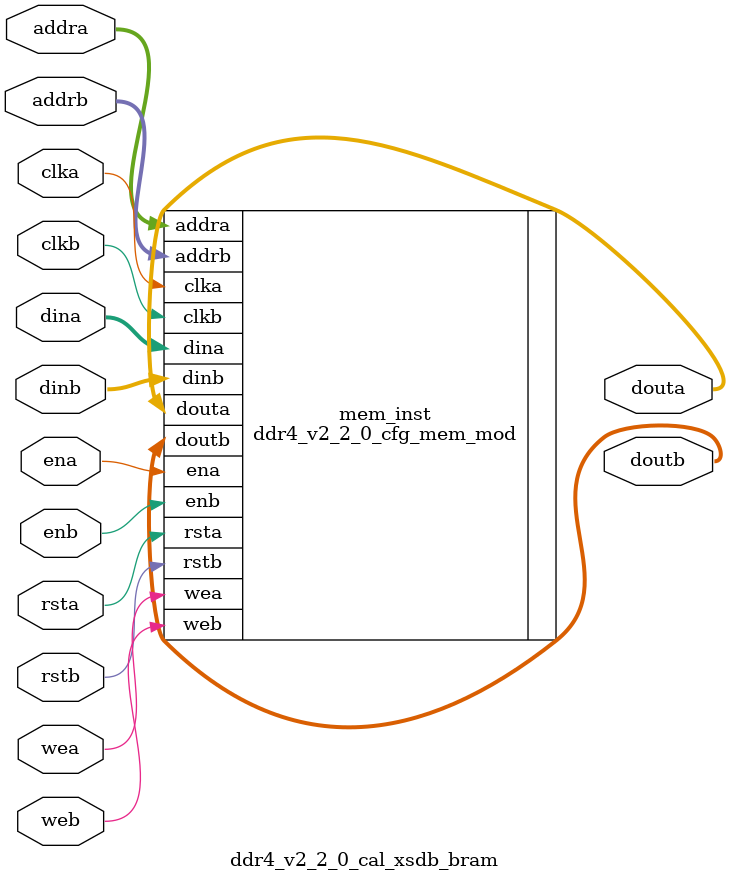
<source format=sv>
/******************************************************************************
// (c) Copyright 2013 - 2014 Xilinx, Inc. All rights reserved.
//
// This file contains confidential and proprietary information
// of Xilinx, Inc. and is protected under U.S. and
// international copyright and other intellectual property
// laws.
//
// DISCLAIMER
// This disclaimer is not a license and does not grant any
// rights to the materials distributed herewith. Except as
// otherwise provided in a valid license issued to you by
// Xilinx, and to the maximum extent permitted by applicable
// law: (1) THESE MATERIALS ARE MADE AVAILABLE "AS IS" AND
// WITH ALL FAULTS, AND XILINX HEREBY DISCLAIMS ALL WARRANTIES
// AND CONDITIONS, EXPRESS, IMPLIED, OR STATUTORY, INCLUDING
// BUT NOT LIMITED TO WARRANTIES OF MERCHANTABILITY, NON-
// INFRINGEMENT, OR FITNESS FOR ANY PARTICULAR PURPOSE; and
// (2) Xilinx shall not be liable (whether in contract or tort,
// including negligence, or under any other theory of
// liability) for any loss or damage of any kind or nature
// related to, arising under or in connection with these
// materials, including for any direct, or any indirect,
// special, incidental, or consequential loss or damage
// (including loss of data, profits, goodwill, or any type of
// loss or damage suffered as a result of any action brought
// by a third party) even if such damage or loss was
// reasonably foreseeable or Xilinx had been advised of the
// possibility of the same.
//
// CRITICAL APPLICATIONS
// Xilinx products are not designed or intended to be fail-
// safe, or for use in any application requiring fail-safe
// performance, such as life-support or safety devices or
// systems, Class III medical devices, nuclear facilities,
// applications related to the deployment of airbags, or any
// other applications that could lead to death, personal
// injury, or severe property or environmental damage
// (individually and collectively, "Critical
// Applications"). Customer assumes the sole risk and
// liability of any use of Xilinx products in Critical
// Applications, subject only to applicable laws and
// regulations governing limitations on product liability.
//
// THIS COPYRIGHT NOTICE AND DISCLAIMER MUST BE RETAINED AS
// PART OF THIS FILE AT ALL TIMES.
******************************************************************************/
//   ____  ____
//  /   /\/   /
// /___/  \  /    Vendor             : Xilinx
// \   \   \/     Version            : 2.0
//  \   \         Application        : MIG
//  /   /         Filename           : ddr4_v2_2_0_cal_xsdb_bram.sv
// /___/   /\     Date Last Modified : $Date: 2015/04/23 $
// \   \  /  \    Date Created       : Tue May 13 2014
//  \___\/\___\
//
// Device           : UltraScale
// Design Name      : DDR4 SDRAM & DDR3 SDRAM
// Purpose          :
//                   ddr4_v2_2_0_cal_xsdb_bram module
// Reference        :
// Revision History :
//*****************************************************************************
`timescale 1ns / 1ps

(* bram_map="yes" *)

module ddr4_v2_2_0_cal_xsdb_bram
    #(	
    
		parameter       	  MEM                        	  =  "DDR4"
		,parameter       	  DBYTES                     	  =  8 //4
		,parameter            START_ADDRESS                   =  18
		,parameter  		  SPREAD_SHEET_VERSION            =  2
		,parameter            RTL_VERSION                     =  0
		,parameter            MEM_CODE                        =  0
		,parameter  		  MEMORY_TYPE                     =  (MEM == "DDR4") ? 2 : 1
		,parameter            MEMORY_CONFIGURATION            =  1
		,parameter            MEMORY_VOLTAGE                  =  1
        ,parameter            CLKFBOUT_MULT_PLL               =  4
        ,parameter            DIVCLK_DIVIDE_PLL               =  1
        ,parameter            CLKOUT0_DIVIDE_PLL              =  1
        ,parameter            CLKFBOUT_MULT_MMCM              =  4
        ,parameter            DIVCLK_DIVIDE_MMCM              =  1
        ,parameter            CLKOUT0_DIVIDE_MMCM             =  4
		,parameter  		  DQBITS	                      =  64
		,parameter			  NIBBLE                          =  DQBITS/4
		,parameter  		  BITS_PER_BYTE                   =  8 //DQBITS/DBYTES
		,parameter  		  SLOTS                   =  1
		,parameter  		  ABITS                           =  10
		,parameter  		  BABITS                          =  2
		,parameter       	  BGBITS              	          =  2
		,parameter       	  CKEBITS                  		  =  4
		,parameter       	  CSBITS             	          =  4
		,parameter       	  ODTBITS                    	  =  4
		,parameter       	  DRAM_WIDTH                 	  =  8      // # of DQ per DQS
		,parameter       	  RANKS                      	  =  4 // 1      //1, 2, 3, or 4
		,parameter            S_HEIGHT                        =  1
		,parameter       	  nCK_PER_CLK                	  =  1      // # of memory CKs per fabric CLK
        ,parameter            tCK                             =  2000		
		,parameter       	  DM_DBI_SETTING             	  =  7     //// 3bits requried all 7
		,parameter            BISC_EN                         =  0
		,parameter       	  USE_CS_PORT             	      =  1     //// 1 bit
		,parameter            EXTRA_CMD_DELAY                 =  0     //// 1 bit
		,parameter            REG_CTRL_ON                     =  0     // RDIMM register control
		,parameter            CA_MIRROR                       =  0     //// 1 bit
		,parameter       	  DQS_GATE                   	  =  7
		,parameter       	  WRLVL                      	  =  7
		,parameter       	  RDLVL                      	  =  7
		,parameter       	  RDLVL_DBI                       =  7
		,parameter       	  WR_DQS_DQ                  	  =  7
		,parameter       	  WR_DQS_DM_DBI                   =  7
		,parameter            WRITE_LAT                       =  7
		,parameter       	  RDLVL_COMPLEX                   =  3     ///2 bits required all 3
		,parameter       	  WR_DQS_COMPLEX                  =  3     ///2 bits required all 3
		,parameter       	  DQS_TRACKING               	  =  3
		,parameter       	  RD_VREF                    	  =  3
		,parameter       	  RD_VREF_PATTERN                 =  3
		,parameter       	  WR_VREF                    	  =  3
		,parameter       	  WR_VREF_PATTERN                 =  3
		,parameter       	  DQS_SAMPLE_CNT             	  =  127
		,parameter       	  WRLVL_SAMPLE_CNT           	  =  255
		,parameter       	  RDLVL_SAMPLE_CNT           	  =  127
		,parameter       	  COMPLEX_LOOP_CNT           	  =  255
		,parameter       	  IODELAY_QTR_CK_TAP_CNT     	  =  255
		,parameter       	  DEBUG_MESSAGES     	          =  0
		,parameter         	  MR0                     		  =  13'b0000000110000
		,parameter         	  MR1                     		  =  13'b0000100000001 //RTT_NOM=RZQ/4 (60 Ohm)
		,parameter         	  MR2                     		  =  13'b0000000011000
		,parameter         	  MR3                     		  =  13'b0000000000000
		,parameter         	  MR4                     		  =  13'b0000000000000
		,parameter         	  MR5                     		  =  13'b0010000000000
		,parameter         	  MR6                     		  =  13'b0100000000000
		,parameter            ODTWR                           = 16'h0000
		,parameter            ODTRD                           = 16'h0000
		,parameter            SLOT0_CONFIG                    = 0     // all 9 bits
		,parameter            SLOT1_CONFIG                    = 0     // all 9 bits
		,parameter            SLOT0_FUNC_CS                   = 0     // all 9 bits
		,parameter            SLOT1_FUNC_CS                   = 0     // all 9 bits
		,parameter            SLOT0_ODD_CS                    = 0     // all 9 bits
		,parameter            SLOT1_ODD_CS                    = 0     // all 9 bits
		,parameter            DDR4_REG_RC03                   = 0     // all 9 bits
		,parameter            DDR4_REG_RC04                   = 0     // all 9 bits
		,parameter            DDR4_REG_RC05                   = 0     // all 9 bits
		,parameter            DDR4_REG_RC3X                   = 0     // all 9 bits
		
		,parameter         	  MR0_0                   		  =  MR0[8:0]
		,parameter         	  MR0_1                   		  =  {5'b0,MR0[12:9]}
		,parameter         	  MR1_0                   		  =  MR1[8:0]
		,parameter         	  MR1_1                   		  =  {5'b0,MR1[12:9]}
		,parameter         	  MR2_0                   	 	  =  MR2[8:0]
		,parameter         	  MR2_1                   		  =  {5'b0,MR2[12:9]}
		,parameter         	  MR3_0                   		  =  MR3[8:0]
		,parameter         	  MR3_1                   		  =  {5'b0,MR3[12:9]}
		,parameter         	  MR4_0                   		  =  MR4[8:0]
		,parameter         	  MR4_1                   		  =  {5'b0,MR4[12:9]}
		,parameter         	  MR5_0                   		  =  MR5[8:0]
		,parameter         	  MR5_1                   		  =  {5'b0,MR5[12:9]}
		,parameter         	  MR6_0                   		  =  MR6[8:0]
		,parameter         	  MR6_1                   		  =  {5'b0,MR6[12:9]}
  
       ,parameter NUM_BRAMS    = 1
	   ,parameter SIZE         = 36 * 1024 * NUM_BRAMS
    // Specify INITs as 9 bit blocks (256 locations per blockRAM)
       ,parameter ADDR_WIDTH   = 16
	   ,parameter DATA_WIDTH   = 9
       ,parameter PIPELINE_REG = 1 
    )
  (
	
		clka,
		clkb,
		ena,
		enb,
		addra,
		addrb,
		dina,
		dinb,
		douta,
		doutb,
		wea,
		web,
		rsta,
		rstb
);
input clka;
input clkb;
input ena;
input enb;
input [ADDR_WIDTH-1:0]addra;
input [ADDR_WIDTH-1:0]addrb;
input [DATA_WIDTH-1:0]dina;
input [DATA_WIDTH-1:0]dinb;
input wea;
input web;
input rsta;
input rstb;
output reg [DATA_WIDTH-1:0]douta;
output reg [DATA_WIDTH-1:0]doutb;


// Initial values to the BlockRam 0
localparam [8:0] mem0_init_0 = {4'b0,START_ADDRESS[4:0]};
localparam [8:0] mem0_init_1 = 9'b0;
localparam [8:0] mem0_init_2 = 9'b0;
localparam [8:0] mem0_init_3 = {5'b0,SPREAD_SHEET_VERSION[3:0]};
localparam [8:0] mem0_init_4 = {6'b0,MEMORY_TYPE[2:0]};
localparam [8:0] mem0_init_5 = {7'b0,RANKS[1:0]};
localparam [8:0] mem0_init_6 = DBYTES[8:0]; // MAN - repeats DBYTES parameter (may hardwire to BYTES for initial SW compatability)
localparam [8:0] mem0_init_7 = NIBBLE[8:0];
localparam [8:0] mem0_init_8 = BITS_PER_BYTE[8:0];
localparam [8:0] mem0_init_9 = 9'b1;
localparam [8:0] mem0_init_10 = 9'b1;
localparam [8:0] mem0_init_11 = 9'b1;
localparam [8:0] mem0_init_12 = SLOTS;
localparam [8:0] mem0_init_13 = 9'b0;
localparam [8:0] mem0_init_14 = 9'b0;
localparam [8:0] mem0_init_15 = 9'b0;
localparam [8:0] mem0_init_16 = 9'b0;
localparam [8:0] mem0_init_17 = 9'b0;
localparam [8:0] mem0_init_18 = RTL_VERSION[8:0];
localparam [8:0] mem0_init_19 = 9'b0;
localparam [8:0] mem0_init_20 = NUM_BRAMS[8:0];
localparam [8:0] mem0_init_21 = {BGBITS[1:0],BABITS[1:0],ABITS[4:0]};
localparam [8:0] mem0_init_22 = {ODTBITS[2:0],CSBITS[2:0],CKEBITS[2:0]};
localparam [8:0] mem0_init_23 = DBYTES[8:0];
localparam [8:0] mem0_init_24 = DRAM_WIDTH[8:0];
localparam [8:0] mem0_init_25 = {CA_MIRROR[0],REG_CTRL_ON[0],EXTRA_CMD_DELAY[0],USE_CS_PORT[0],BISC_EN[0],DM_DBI_SETTING[2:0],nCK_PER_CLK[0]};
localparam [8:0] mem0_init_26 = {RDLVL[2:0],WRLVL[2:0],DQS_GATE[2:0]};
localparam [8:0] mem0_init_27 = {WR_DQS_DM_DBI[2:0],WR_DQS_DQ[2:0],RDLVL_DBI[2:0]};
localparam [8:0] mem0_init_28 = {WR_DQS_COMPLEX[2:0],RDLVL_COMPLEX[2:0],WRITE_LAT[2:0]};
localparam [8:0] mem0_init_29 = {DEBUG_MESSAGES[0],RD_VREF_PATTERN[1:0],WR_VREF_PATTERN[1:0],RD_VREF[1:0],WR_VREF[1:0]};
localparam [8:0] mem0_init_30 = {7'b0,DQS_TRACKING[1:0]};
localparam [8:0] mem0_init_31 = DQS_SAMPLE_CNT[8:0];
localparam [8:0] mem0_init_32 = WRLVL_SAMPLE_CNT[8:0];
localparam [8:0] mem0_init_33 = RDLVL_SAMPLE_CNT[8:0];
localparam [8:0] mem0_init_34 = COMPLEX_LOOP_CNT[8:0];
localparam [8:0] mem0_init_35 = IODELAY_QTR_CK_TAP_CNT[8:0];
localparam [8:0] mem0_init_36 = {5'b0,S_HEIGHT[3:0]};
localparam [8:0] mem0_init_37 = 9'b0;
localparam [8:0] mem0_init_38 = 9'b0;
localparam [8:0] mem0_init_39 = 9'b0;
localparam [8:0] mem0_init_40 = {1'b0, ODTWR[7:0]};
localparam [8:0] mem0_init_41 = {1'b0, ODTWR[15:8]};
localparam [8:0] mem0_init_42 = {1'b0, ODTRD[7:0]};
localparam [8:0] mem0_init_43 = {1'b0, ODTRD[15:8]};
localparam [8:0] mem0_init_44 = SLOT0_CONFIG;
localparam [8:0] mem0_init_45 = SLOT1_CONFIG;
localparam [8:0] mem0_init_46 = SLOT0_FUNC_CS;
localparam [8:0] mem0_init_47 = SLOT1_FUNC_CS;
localparam [8:0] mem0_init_48 = SLOT0_ODD_CS;
localparam [8:0] mem0_init_49 = SLOT1_ODD_CS;
localparam [8:0] mem0_init_50 = DDR4_REG_RC03;
localparam [8:0] mem0_init_51 = DDR4_REG_RC04;
localparam [8:0] mem0_init_52 = DDR4_REG_RC05;
localparam [8:0] mem0_init_53 = DDR4_REG_RC3X;
localparam [8:0] mem0_init_54 = MR0_0[8:0];
localparam [8:0] mem0_init_55 = MR0_1[8:0];
localparam [8:0] mem0_init_56 = MR1_0[8:0];
localparam [8:0] mem0_init_57 = MR1_1[8:0];
localparam [8:0] mem0_init_58 = MR2_0[8:0];
localparam [8:0] mem0_init_59 = MR2_1[8:0];
localparam [8:0] mem0_init_60 = MR3_0[8:0];
localparam [8:0] mem0_init_61 = MR3_1[8:0];
localparam [8:0] mem0_init_62 = MR4_0[8:0];
localparam [8:0] mem0_init_63 = MR4_1[8:0];
localparam [8:0] mem0_init_64 = MR5_0[8:0];
localparam [8:0] mem0_init_65 = MR5_1[8:0];
localparam [8:0] mem0_init_66 = MR6_0[8:0];
localparam [8:0] mem0_init_67 = MR6_1[8:0];
localparam [8:0] mem0_init_68 = 9'b0;
localparam [8:0] mem0_init_69 = tCK[8:0];
localparam [8:0] mem0_init_70 = tCK[16:9];
localparam [8:0] mem0_init_71 = MEMORY_CONFIGURATION[8:0];
localparam [8:0] mem0_init_72 = MEMORY_VOLTAGE[8:0];
localparam [8:0] mem0_init_73 = CLKFBOUT_MULT_PLL[8:0];
localparam [8:0] mem0_init_74 = DIVCLK_DIVIDE_PLL[8:0];
localparam [8:0] mem0_init_75 = CLKFBOUT_MULT_MMCM[8:0];
localparam [8:0] mem0_init_76 = DIVCLK_DIVIDE_MMCM[8:0];
localparam [8:0] mem0_init_77 = 9'b0;
localparam [8:0] mem0_init_78 = 9'b0;
localparam [8:0] mem0_init_79 = 9'b0;
localparam [8:0] mem0_init_80 = 9'b0;
localparam [8:0] mem0_init_81 = 9'b0;
localparam [8:0] mem0_init_82 = 9'b0;
localparam [8:0] mem0_init_83 = 9'b0;
localparam [8:0] mem0_init_84 = 9'b0;
localparam [8:0] mem0_init_85 = 9'b0;
localparam [8:0] mem0_init_86 = 9'b0;
localparam [8:0] mem0_init_87 = 9'b0;
localparam [8:0] mem0_init_88 = 9'b0;
localparam [8:0] mem0_init_89 = 9'b0;
localparam [8:0] mem0_init_90 = 9'b0;
localparam [8:0] mem0_init_91 = 9'b0;
localparam [8:0] mem0_init_92 = 9'b0;
localparam [8:0] mem0_init_93 = 9'b0;
localparam [8:0] mem0_init_94 = 9'b0;
localparam [8:0] mem0_init_95 = 9'b0;
localparam [8:0] mem0_init_96 = 9'b0;
localparam [8:0] mem0_init_97 = 9'b0;
localparam [8:0] mem0_init_98 = 9'b0;
localparam [8:0] mem0_init_99 = 9'b0;
localparam [8:0] mem0_init_100 = 9'b0;
localparam [8:0] mem0_init_101 = 9'b0;
localparam [8:0] mem0_init_102 = 9'b0;
localparam [8:0] mem0_init_103 = 9'b0;
localparam [8:0] mem0_init_104 = 9'b0;
localparam [8:0] mem0_init_105 = 9'b0;
localparam [8:0] mem0_init_106 = 9'b0;
localparam [8:0] mem0_init_107 = 9'b0;
localparam [8:0] mem0_init_108 = 9'b0;
localparam [8:0] mem0_init_109 = 9'b0;
localparam [8:0] mem0_init_110 = 9'b0;
localparam [8:0] mem0_init_111 = 9'b0;
localparam [8:0] mem0_init_112 = 9'b0;
localparam [8:0] mem0_init_113 = 9'b0;
localparam [8:0] mem0_init_114 = 9'b0;
localparam [8:0] mem0_init_115 = 9'b0;
localparam [8:0] mem0_init_116 = 9'b0;
localparam [8:0] mem0_init_117 = 9'b0;
localparam [8:0] mem0_init_118 = 9'b0;
localparam [8:0] mem0_init_119 = 9'b0;
localparam [8:0] mem0_init_120 = 9'b0;
localparam [8:0] mem0_init_121 = 9'b0;
localparam [8:0] mem0_init_122 = 9'b0;
localparam [8:0] mem0_init_123 = 9'b0;
localparam [8:0] mem0_init_124 = 9'b0;
localparam [8:0] mem0_init_125 = 9'b0;
localparam [8:0] mem0_init_126 = 9'b0;
localparam [8:0] mem0_init_127 = 9'b0;
localparam [8:0] mem0_init_128 = 9'b0;
localparam [8:0] mem0_init_129 = 9'b0;
localparam [8:0] mem0_init_130 = 9'b0;
localparam [8:0] mem0_init_131 = 9'b0;
localparam [8:0] mem0_init_132 = 9'b0;
localparam [8:0] mem0_init_133 = 9'b0;
localparam [8:0] mem0_init_134 = 9'b0;
localparam [8:0] mem0_init_135 = 9'b0;
localparam [8:0] mem0_init_136 = 9'b0;
localparam [8:0] mem0_init_137 = 9'b0;
localparam [8:0] mem0_init_138 = 9'b0;
localparam [8:0] mem0_init_139 = 9'b0;
localparam [8:0] mem0_init_140 = 9'b0;
localparam [8:0] mem0_init_141 = 9'b0;
localparam [8:0] mem0_init_142 = 9'b0;
localparam [8:0] mem0_init_143 = 9'b0;
localparam [8:0] mem0_init_144 = 9'b0;
localparam [8:0] mem0_init_145 = 9'b0;
localparam [8:0] mem0_init_146 = 9'b0;
localparam [8:0] mem0_init_147 = 9'b0;
localparam [8:0] mem0_init_148 = 9'b0;
localparam [8:0] mem0_init_149 = 9'b0;
localparam [8:0] mem0_init_150 = 9'b0;
localparam [8:0] mem0_init_151 = 9'b0;
localparam [8:0] mem0_init_152 = 9'b0;
localparam [8:0] mem0_init_153 = 9'b0;
localparam [8:0] mem0_init_154 = 9'b0;
localparam [8:0] mem0_init_155 = 9'b0;
localparam [8:0] mem0_init_156 = 9'b0;
localparam [8:0] mem0_init_157 = 9'b0;
localparam [8:0] mem0_init_158 = 9'b0;
localparam [8:0] mem0_init_159 = 9'b0;
localparam [8:0] mem0_init_160 = 9'b0;
localparam [8:0] mem0_init_161 = 9'b0;
localparam [8:0] mem0_init_162 = 9'b0;
localparam [8:0] mem0_init_163 = 9'b0;
localparam [8:0] mem0_init_164 = 9'b0;
localparam [8:0] mem0_init_165 = 9'b0;
localparam [8:0] mem0_init_166 = 9'b0;
localparam [8:0] mem0_init_167 = 9'b0;
localparam [8:0] mem0_init_168 = 9'b0;
localparam [8:0] mem0_init_169 = 9'b0;
localparam [8:0] mem0_init_170 = 9'b0;
localparam [8:0] mem0_init_171 = 9'b0;
localparam [8:0] mem0_init_172 = 9'b0;
localparam [8:0] mem0_init_173 = 9'b0;
localparam [8:0] mem0_init_174 = 9'b0;
localparam [8:0] mem0_init_175 = 9'b0;
localparam [8:0] mem0_init_176 = 9'b0;
localparam [8:0] mem0_init_177 = 9'b0;
localparam [8:0] mem0_init_178 = 9'b0;
localparam [8:0] mem0_init_179 = 9'b0;
localparam [8:0] mem0_init_180 = 9'b0;
localparam [8:0] mem0_init_181 = 9'b0;
localparam [8:0] mem0_init_182 = 9'b0;
localparam [8:0] mem0_init_183 = 9'b0;
localparam [8:0] mem0_init_184 = 9'b0;
localparam [8:0] mem0_init_185 = 9'b0;
localparam [8:0] mem0_init_186 = 9'b0;
localparam [8:0] mem0_init_187 = 9'b0;
localparam [8:0] mem0_init_188 = 9'b0;
localparam [8:0] mem0_init_189 = 9'b0;
localparam [8:0] mem0_init_190 = 9'b0;
localparam [8:0] mem0_init_191 = 9'b0;
localparam [8:0] mem0_init_192 = 9'b0;
localparam [8:0] mem0_init_193 = 9'b0;
localparam [8:0] mem0_init_194 = 9'b0;
localparam [8:0] mem0_init_195 = 9'b0;
localparam [8:0] mem0_init_196 = 9'b0;
localparam [8:0] mem0_init_197 = 9'b0;
localparam [8:0] mem0_init_198 = 9'b0;
localparam [8:0] mem0_init_199 = 9'b0;
localparam [8:0] mem0_init_200 = 9'b0;
localparam [8:0] mem0_init_201 = 9'b0;
localparam [8:0] mem0_init_202 = 9'b0;
localparam [8:0] mem0_init_203 = 9'b0;
localparam [8:0] mem0_init_204 = 9'b0;
localparam [8:0] mem0_init_205 = 9'b0;
localparam [8:0] mem0_init_206 = 9'b0;
localparam [8:0] mem0_init_207 = 9'b0;
localparam [8:0] mem0_init_208 = 9'b0;
localparam [8:0] mem0_init_209 = 9'b0;
localparam [8:0] mem0_init_210 = 9'b0;
localparam [8:0] mem0_init_211 = 9'b0;
localparam [8:0] mem0_init_212 = 9'b0;
localparam [8:0] mem0_init_213 = 9'b0;
localparam [8:0] mem0_init_214 = 9'b0;
localparam [8:0] mem0_init_215 = 9'b0;
localparam [8:0] mem0_init_216 = 9'b0;
localparam [8:0] mem0_init_217 = 9'b0;
localparam [8:0] mem0_init_218 = 9'b0;
localparam [8:0] mem0_init_219 = 9'b0;
localparam [8:0] mem0_init_220 = 9'b0;
localparam [8:0] mem0_init_221 = 9'b0;
localparam [8:0] mem0_init_222 = 9'b0;
localparam [8:0] mem0_init_223 = 9'b0;
localparam [8:0] mem0_init_224 = 9'b0;
localparam [8:0] mem0_init_225 = 9'b0;
localparam [8:0] mem0_init_226 = 9'b0;
localparam [8:0] mem0_init_227 = 9'b0;
localparam [8:0] mem0_init_228 = 9'b0;
localparam [8:0] mem0_init_229 = 9'b0;
localparam [8:0] mem0_init_230 = 9'b0;
localparam [8:0] mem0_init_231 = 9'b0;
localparam [8:0] mem0_init_232 = 9'b0;
localparam [8:0] mem0_init_233 = 9'b0;
localparam [8:0] mem0_init_234 = 9'b0;
localparam [8:0] mem0_init_235 = 9'b0;
localparam [8:0] mem0_init_236 = 9'b0;
localparam [8:0] mem0_init_237 = 9'b0;
localparam [8:0] mem0_init_238 = 9'b0;
localparam [8:0] mem0_init_239 = 9'b0;
localparam [8:0] mem0_init_240 = 9'b0;
localparam [8:0] mem0_init_241 = 9'b0;
localparam [8:0] mem0_init_242 = 9'b0;
localparam [8:0] mem0_init_243 = 9'b0;
localparam [8:0] mem0_init_244 = 9'b0;
localparam [8:0] mem0_init_245 = 9'b0;
localparam [8:0] mem0_init_246 = 9'b0;
localparam [8:0] mem0_init_247 = 9'b0;
localparam [8:0] mem0_init_248 = 9'b0;
localparam [8:0] mem0_init_249 = 9'b0;
localparam [8:0] mem0_init_250 = 9'b0;
localparam [8:0] mem0_init_251 = 9'b0;
localparam [8:0] mem0_init_252 = 9'b0;
localparam [8:0] mem0_init_253 = 9'b0;
localparam [8:0] mem0_init_254 = 9'b0;
localparam [8:0] mem0_init_255 = 9'b0;

localparam [256*9-1:0] INIT_BRAM0 = {mem0_init_255,mem0_init_254,mem0_init_253,mem0_init_252,mem0_init_251,mem0_init_250,mem0_init_249,mem0_init_248,mem0_init_247,mem0_init_246,mem0_init_245,mem0_init_244,mem0_init_243,mem0_init_242,mem0_init_241,mem0_init_240,mem0_init_239,mem0_init_238,mem0_init_237,mem0_init_236,mem0_init_235,mem0_init_234,mem0_init_233,mem0_init_232,mem0_init_231,mem0_init_230,mem0_init_229,mem0_init_228,mem0_init_227,mem0_init_226,mem0_init_225,mem0_init_224,mem0_init_223,mem0_init_222,mem0_init_221,mem0_init_220,mem0_init_219,mem0_init_218,mem0_init_217,mem0_init_216,mem0_init_215,mem0_init_214,mem0_init_213,mem0_init_212,mem0_init_211,mem0_init_210,mem0_init_209,mem0_init_208,mem0_init_207,mem0_init_206,mem0_init_205,mem0_init_204,mem0_init_203,mem0_init_202,mem0_init_201,mem0_init_200,mem0_init_199,mem0_init_198,mem0_init_197,mem0_init_196,mem0_init_195,mem0_init_194,mem0_init_193,mem0_init_192,mem0_init_191,mem0_init_190,mem0_init_189,mem0_init_188,mem0_init_187,mem0_init_186,mem0_init_185,mem0_init_184,mem0_init_183,mem0_init_182,mem0_init_181,mem0_init_180,mem0_init_179,mem0_init_178,mem0_init_177,mem0_init_176,mem0_init_175,mem0_init_174,mem0_init_173,mem0_init_172,mem0_init_171,mem0_init_170,mem0_init_169,mem0_init_168,mem0_init_167,mem0_init_166,mem0_init_165,mem0_init_164,mem0_init_163,mem0_init_162,mem0_init_161,mem0_init_160,mem0_init_159,mem0_init_158,mem0_init_157,mem0_init_156,mem0_init_155,mem0_init_154,mem0_init_153,mem0_init_152,mem0_init_151,mem0_init_150,mem0_init_149,mem0_init_148,mem0_init_147,mem0_init_146,mem0_init_145,mem0_init_144,mem0_init_143,mem0_init_142,mem0_init_141,mem0_init_140,mem0_init_139,mem0_init_138,mem0_init_137,mem0_init_136,mem0_init_135,mem0_init_134,mem0_init_133,mem0_init_132,mem0_init_131,mem0_init_130,mem0_init_129,mem0_init_128,mem0_init_127,mem0_init_126,mem0_init_125,mem0_init_124,mem0_init_123,mem0_init_122,mem0_init_121,mem0_init_120,mem0_init_119,mem0_init_118,mem0_init_117,mem0_init_116,mem0_init_115,mem0_init_114,mem0_init_113,mem0_init_112,mem0_init_111,mem0_init_110,mem0_init_109,mem0_init_108,mem0_init_107,mem0_init_106,mem0_init_105,mem0_init_104,mem0_init_103,mem0_init_102,mem0_init_101,mem0_init_100,mem0_init_99,mem0_init_98,mem0_init_97,mem0_init_96,mem0_init_95,mem0_init_94,mem0_init_93,mem0_init_92,mem0_init_91,mem0_init_90,mem0_init_89,mem0_init_88,mem0_init_87,mem0_init_86,mem0_init_85,mem0_init_84,mem0_init_83,mem0_init_82,mem0_init_81,mem0_init_80,mem0_init_79,mem0_init_78,mem0_init_77,mem0_init_76,mem0_init_75,mem0_init_74,mem0_init_73,mem0_init_72,mem0_init_71,mem0_init_70,mem0_init_69,mem0_init_68,mem0_init_67,mem0_init_66,mem0_init_65,mem0_init_64,mem0_init_63,mem0_init_62,mem0_init_61,mem0_init_60,mem0_init_59,mem0_init_58,mem0_init_57,mem0_init_56,mem0_init_55,mem0_init_54,mem0_init_53,mem0_init_52,mem0_init_51,mem0_init_50,mem0_init_49,mem0_init_48,mem0_init_47,mem0_init_46,mem0_init_45,mem0_init_44,mem0_init_43,mem0_init_42,mem0_init_41,mem0_init_40,mem0_init_39,mem0_init_38,mem0_init_37,mem0_init_36,mem0_init_35,mem0_init_34,mem0_init_33,mem0_init_32,mem0_init_31,mem0_init_30,mem0_init_29,mem0_init_28,mem0_init_27,mem0_init_26,mem0_init_25,mem0_init_24,mem0_init_23,mem0_init_22,mem0_init_21,mem0_init_20,mem0_init_19,mem0_init_18,mem0_init_17,mem0_init_16,mem0_init_15,mem0_init_14,mem0_init_13,mem0_init_12,mem0_init_11,mem0_init_10,mem0_init_9,mem0_init_8,mem0_init_7,mem0_init_6,mem0_init_5,mem0_init_4,mem0_init_3,mem0_init_2,mem0_init_1,mem0_init_0};

// Populate INIT's for rest of BlockRAMs if required
localparam [256*9*NUM_BRAMS-1:0] INIT = ( NUM_BRAMS == 1 ) ? INIT_BRAM0 : ( NUM_BRAMS == 2 ) ? {2304'b0 ,INIT_BRAM0} : {{2{2304'b0}} ,INIT_BRAM0};

ddr4_v2_2_0_cfg_mem_mod # (
               .SIZE(SIZE),
               .INIT(INIT),
               .ADDR_WIDTH(ADDR_WIDTH),
               .DATA_WIDTH(9),
               .PIPELINE_REG(PIPELINE_REG)
              )
     mem_inst (
                .clka(clka),
                .clkb(clkb),
                .ena(ena),
                .enb(enb),
                .addra(addra),
                .addrb(addrb),
                .dina(dina),
                .dinb(dinb),
                .wea(wea),
                .web(web),
                .rsta(rsta),
                .rstb(rstb),
                .douta(douta),
                .doutb(doutb)
               );

endmodule


</source>
